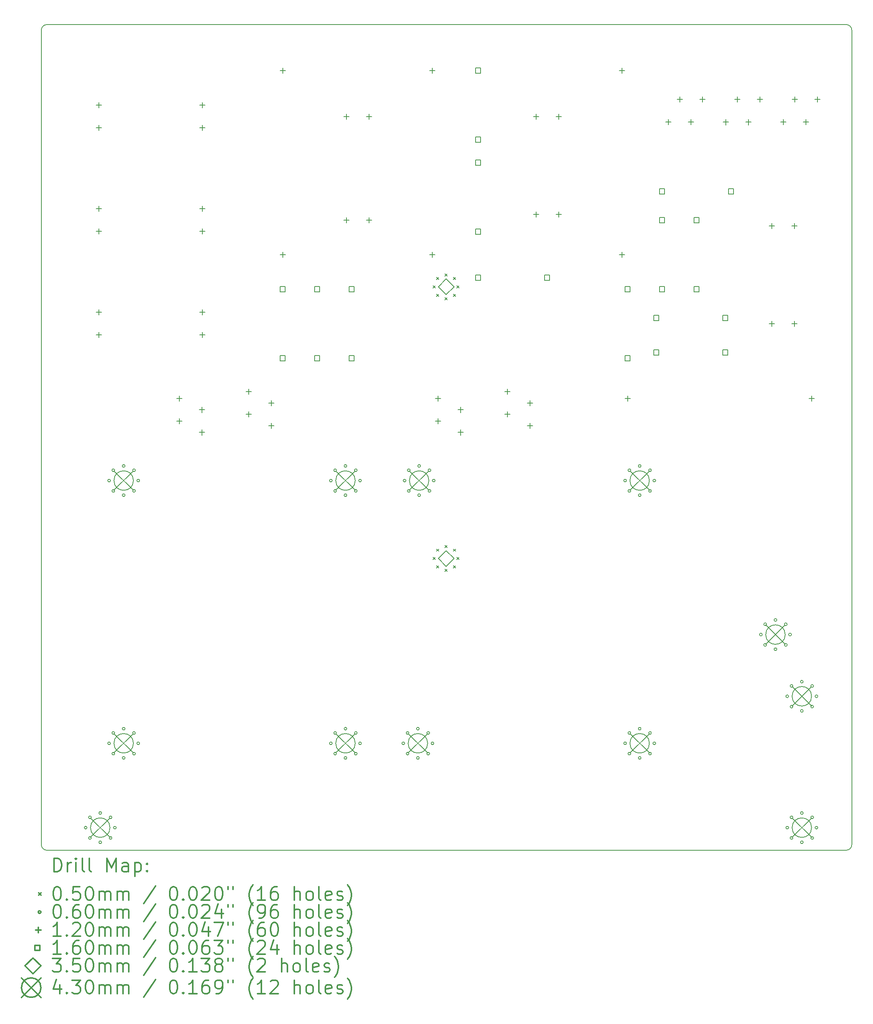
<source format=gbr>
%FSLAX45Y45*%
G04 Gerber Fmt 4.5, Leading zero omitted, Abs format (unit mm)*
G04 Created by KiCad (PCBNEW (5.0.2)-1) date 14.01.2020 22:43:02*
%MOMM*%
%LPD*%
G01*
G04 APERTURE LIST*
%ADD10C,0.150000*%
%ADD11C,0.200000*%
%ADD12C,0.300000*%
G04 APERTURE END LIST*
D10*
X1397000Y-1397000D02*
G75*
G02X1524000Y-1270000I127000J0D01*
G01*
X19177000Y-1270000D02*
G75*
G02X19304000Y-1397000I0J-127000D01*
G01*
X19304000Y-19373000D02*
G75*
G02X19177000Y-19500000I-127000J0D01*
G01*
X1524000Y-19500000D02*
G75*
G02X1397000Y-19373000I0J127000D01*
G01*
X1524000Y-1270000D02*
X19177000Y-1270000D01*
X1397000Y-19373000D02*
X1397000Y-1397000D01*
X19177000Y-19500000D02*
X1524000Y-19500000D01*
X19304000Y-1397000D02*
X19304000Y-19372000D01*
D11*
X10054500Y-7035000D02*
X10104500Y-7085000D01*
X10104500Y-7035000D02*
X10054500Y-7085000D01*
X10131385Y-6849384D02*
X10181385Y-6899384D01*
X10181385Y-6849384D02*
X10131385Y-6899384D01*
X10131385Y-7220615D02*
X10181385Y-7270615D01*
X10181385Y-7220615D02*
X10131385Y-7270615D01*
X10317000Y-6772500D02*
X10367000Y-6822500D01*
X10367000Y-6772500D02*
X10317000Y-6822500D01*
X10317000Y-7297500D02*
X10367000Y-7347500D01*
X10367000Y-7297500D02*
X10317000Y-7347500D01*
X10502616Y-6849384D02*
X10552616Y-6899384D01*
X10552616Y-6849384D02*
X10502616Y-6899384D01*
X10502616Y-7220615D02*
X10552616Y-7270615D01*
X10552616Y-7220615D02*
X10502616Y-7270615D01*
X10579500Y-7035000D02*
X10629500Y-7085000D01*
X10629500Y-7035000D02*
X10579500Y-7085000D01*
X10054500Y-13035000D02*
X10104500Y-13085000D01*
X10104500Y-13035000D02*
X10054500Y-13085000D01*
X10131385Y-12849384D02*
X10181385Y-12899384D01*
X10181385Y-12849384D02*
X10131385Y-12899384D01*
X10131385Y-13220615D02*
X10181385Y-13270615D01*
X10181385Y-13220615D02*
X10131385Y-13270615D01*
X10317000Y-12772500D02*
X10367000Y-12822500D01*
X10367000Y-12772500D02*
X10317000Y-12822500D01*
X10317000Y-13297500D02*
X10367000Y-13347500D01*
X10367000Y-13297500D02*
X10317000Y-13347500D01*
X10502616Y-12849384D02*
X10552616Y-12899384D01*
X10552616Y-12849384D02*
X10502616Y-12899384D01*
X10502616Y-13220615D02*
X10552616Y-13270615D01*
X10552616Y-13220615D02*
X10502616Y-13270615D01*
X10579500Y-13035000D02*
X10629500Y-13085000D01*
X10629500Y-13035000D02*
X10579500Y-13085000D01*
X14325000Y-17138000D02*
G75*
G03X14325000Y-17138000I-30000J0D01*
G01*
X14419458Y-16909958D02*
G75*
G03X14419458Y-16909958I-30000J0D01*
G01*
X14419458Y-17366042D02*
G75*
G03X14419458Y-17366042I-30000J0D01*
G01*
X14647500Y-16815500D02*
G75*
G03X14647500Y-16815500I-30000J0D01*
G01*
X14647500Y-17460500D02*
G75*
G03X14647500Y-17460500I-30000J0D01*
G01*
X14875542Y-16909958D02*
G75*
G03X14875542Y-16909958I-30000J0D01*
G01*
X14875542Y-17366042D02*
G75*
G03X14875542Y-17366042I-30000J0D01*
G01*
X14970000Y-17138000D02*
G75*
G03X14970000Y-17138000I-30000J0D01*
G01*
X2407500Y-19000000D02*
G75*
G03X2407500Y-19000000I-30000J0D01*
G01*
X2501958Y-18771958D02*
G75*
G03X2501958Y-18771958I-30000J0D01*
G01*
X2501958Y-19228042D02*
G75*
G03X2501958Y-19228042I-30000J0D01*
G01*
X2730000Y-18677500D02*
G75*
G03X2730000Y-18677500I-30000J0D01*
G01*
X2730000Y-19322500D02*
G75*
G03X2730000Y-19322500I-30000J0D01*
G01*
X2958042Y-18771958D02*
G75*
G03X2958042Y-18771958I-30000J0D01*
G01*
X2958042Y-19228042D02*
G75*
G03X2958042Y-19228042I-30000J0D01*
G01*
X3052500Y-19000000D02*
G75*
G03X3052500Y-19000000I-30000J0D01*
G01*
X9425000Y-17138000D02*
G75*
G03X9425000Y-17138000I-30000J0D01*
G01*
X9519458Y-16909958D02*
G75*
G03X9519458Y-16909958I-30000J0D01*
G01*
X9519458Y-17366042D02*
G75*
G03X9519458Y-17366042I-30000J0D01*
G01*
X9747500Y-16815500D02*
G75*
G03X9747500Y-16815500I-30000J0D01*
G01*
X9747500Y-17460500D02*
G75*
G03X9747500Y-17460500I-30000J0D01*
G01*
X9975542Y-16909958D02*
G75*
G03X9975542Y-16909958I-30000J0D01*
G01*
X9975542Y-17366042D02*
G75*
G03X9975542Y-17366042I-30000J0D01*
G01*
X10070000Y-17138000D02*
G75*
G03X10070000Y-17138000I-30000J0D01*
G01*
X14325000Y-11338000D02*
G75*
G03X14325000Y-11338000I-30000J0D01*
G01*
X14419458Y-11109958D02*
G75*
G03X14419458Y-11109958I-30000J0D01*
G01*
X14419458Y-11566042D02*
G75*
G03X14419458Y-11566042I-30000J0D01*
G01*
X14647500Y-11015500D02*
G75*
G03X14647500Y-11015500I-30000J0D01*
G01*
X14647500Y-11660500D02*
G75*
G03X14647500Y-11660500I-30000J0D01*
G01*
X14875542Y-11109958D02*
G75*
G03X14875542Y-11109958I-30000J0D01*
G01*
X14875542Y-11566042D02*
G75*
G03X14875542Y-11566042I-30000J0D01*
G01*
X14970000Y-11338000D02*
G75*
G03X14970000Y-11338000I-30000J0D01*
G01*
X2925000Y-17138000D02*
G75*
G03X2925000Y-17138000I-30000J0D01*
G01*
X3019458Y-16909958D02*
G75*
G03X3019458Y-16909958I-30000J0D01*
G01*
X3019458Y-17366042D02*
G75*
G03X3019458Y-17366042I-30000J0D01*
G01*
X3247500Y-16815500D02*
G75*
G03X3247500Y-16815500I-30000J0D01*
G01*
X3247500Y-17460500D02*
G75*
G03X3247500Y-17460500I-30000J0D01*
G01*
X3475542Y-16909958D02*
G75*
G03X3475542Y-16909958I-30000J0D01*
G01*
X3475542Y-17366042D02*
G75*
G03X3475542Y-17366042I-30000J0D01*
G01*
X3570000Y-17138000D02*
G75*
G03X3570000Y-17138000I-30000J0D01*
G01*
X17907500Y-16100000D02*
G75*
G03X17907500Y-16100000I-30000J0D01*
G01*
X18001958Y-15871958D02*
G75*
G03X18001958Y-15871958I-30000J0D01*
G01*
X18001958Y-16328042D02*
G75*
G03X18001958Y-16328042I-30000J0D01*
G01*
X18230000Y-15777500D02*
G75*
G03X18230000Y-15777500I-30000J0D01*
G01*
X18230000Y-16422500D02*
G75*
G03X18230000Y-16422500I-30000J0D01*
G01*
X18458042Y-15871958D02*
G75*
G03X18458042Y-15871958I-30000J0D01*
G01*
X18458042Y-16328042D02*
G75*
G03X18458042Y-16328042I-30000J0D01*
G01*
X18552500Y-16100000D02*
G75*
G03X18552500Y-16100000I-30000J0D01*
G01*
X17325000Y-14738000D02*
G75*
G03X17325000Y-14738000I-30000J0D01*
G01*
X17419458Y-14509958D02*
G75*
G03X17419458Y-14509958I-30000J0D01*
G01*
X17419458Y-14966042D02*
G75*
G03X17419458Y-14966042I-30000J0D01*
G01*
X17647500Y-14415500D02*
G75*
G03X17647500Y-14415500I-30000J0D01*
G01*
X17647500Y-15060500D02*
G75*
G03X17647500Y-15060500I-30000J0D01*
G01*
X17875542Y-14509958D02*
G75*
G03X17875542Y-14509958I-30000J0D01*
G01*
X17875542Y-14966042D02*
G75*
G03X17875542Y-14966042I-30000J0D01*
G01*
X17970000Y-14738000D02*
G75*
G03X17970000Y-14738000I-30000J0D01*
G01*
X7825000Y-11338000D02*
G75*
G03X7825000Y-11338000I-30000J0D01*
G01*
X7919458Y-11109958D02*
G75*
G03X7919458Y-11109958I-30000J0D01*
G01*
X7919458Y-11566042D02*
G75*
G03X7919458Y-11566042I-30000J0D01*
G01*
X8147500Y-11015500D02*
G75*
G03X8147500Y-11015500I-30000J0D01*
G01*
X8147500Y-11660500D02*
G75*
G03X8147500Y-11660500I-30000J0D01*
G01*
X8375542Y-11109958D02*
G75*
G03X8375542Y-11109958I-30000J0D01*
G01*
X8375542Y-11566042D02*
G75*
G03X8375542Y-11566042I-30000J0D01*
G01*
X8470000Y-11338000D02*
G75*
G03X8470000Y-11338000I-30000J0D01*
G01*
X9453000Y-11338000D02*
G75*
G03X9453000Y-11338000I-30000J0D01*
G01*
X9547458Y-11109958D02*
G75*
G03X9547458Y-11109958I-30000J0D01*
G01*
X9547458Y-11566042D02*
G75*
G03X9547458Y-11566042I-30000J0D01*
G01*
X9775500Y-11015500D02*
G75*
G03X9775500Y-11015500I-30000J0D01*
G01*
X9775500Y-11660500D02*
G75*
G03X9775500Y-11660500I-30000J0D01*
G01*
X10003542Y-11109958D02*
G75*
G03X10003542Y-11109958I-30000J0D01*
G01*
X10003542Y-11566042D02*
G75*
G03X10003542Y-11566042I-30000J0D01*
G01*
X10098000Y-11338000D02*
G75*
G03X10098000Y-11338000I-30000J0D01*
G01*
X17907500Y-19000000D02*
G75*
G03X17907500Y-19000000I-30000J0D01*
G01*
X18001958Y-18771958D02*
G75*
G03X18001958Y-18771958I-30000J0D01*
G01*
X18001958Y-19228042D02*
G75*
G03X18001958Y-19228042I-30000J0D01*
G01*
X18230000Y-18677500D02*
G75*
G03X18230000Y-18677500I-30000J0D01*
G01*
X18230000Y-19322500D02*
G75*
G03X18230000Y-19322500I-30000J0D01*
G01*
X18458042Y-18771958D02*
G75*
G03X18458042Y-18771958I-30000J0D01*
G01*
X18458042Y-19228042D02*
G75*
G03X18458042Y-19228042I-30000J0D01*
G01*
X18552500Y-19000000D02*
G75*
G03X18552500Y-19000000I-30000J0D01*
G01*
X7825000Y-17138000D02*
G75*
G03X7825000Y-17138000I-30000J0D01*
G01*
X7919458Y-16909958D02*
G75*
G03X7919458Y-16909958I-30000J0D01*
G01*
X7919458Y-17366042D02*
G75*
G03X7919458Y-17366042I-30000J0D01*
G01*
X8147500Y-16815500D02*
G75*
G03X8147500Y-16815500I-30000J0D01*
G01*
X8147500Y-17460500D02*
G75*
G03X8147500Y-17460500I-30000J0D01*
G01*
X8375542Y-16909958D02*
G75*
G03X8375542Y-16909958I-30000J0D01*
G01*
X8375542Y-17366042D02*
G75*
G03X8375542Y-17366042I-30000J0D01*
G01*
X8470000Y-17138000D02*
G75*
G03X8470000Y-17138000I-30000J0D01*
G01*
X2925000Y-11338000D02*
G75*
G03X2925000Y-11338000I-30000J0D01*
G01*
X3019458Y-11109958D02*
G75*
G03X3019458Y-11109958I-30000J0D01*
G01*
X3019458Y-11566042D02*
G75*
G03X3019458Y-11566042I-30000J0D01*
G01*
X3247500Y-11015500D02*
G75*
G03X3247500Y-11015500I-30000J0D01*
G01*
X3247500Y-11660500D02*
G75*
G03X3247500Y-11660500I-30000J0D01*
G01*
X3475542Y-11109958D02*
G75*
G03X3475542Y-11109958I-30000J0D01*
G01*
X3475542Y-11566042D02*
G75*
G03X3475542Y-11566042I-30000J0D01*
G01*
X3570000Y-11338000D02*
G75*
G03X3570000Y-11338000I-30000J0D01*
G01*
X4445000Y-9465000D02*
X4445000Y-9585000D01*
X4385000Y-9525000D02*
X4505000Y-9525000D01*
X4445000Y-9965000D02*
X4445000Y-10085000D01*
X4385000Y-10025000D02*
X4505000Y-10025000D01*
X4945000Y-9715000D02*
X4945000Y-9835000D01*
X4885000Y-9775000D02*
X5005000Y-9775000D01*
X4945000Y-10215000D02*
X4945000Y-10335000D01*
X4885000Y-10275000D02*
X5005000Y-10275000D01*
X17792000Y-3361000D02*
X17792000Y-3481000D01*
X17732000Y-3421000D02*
X17852000Y-3421000D01*
X18042000Y-2861000D02*
X18042000Y-2981000D01*
X17982000Y-2921000D02*
X18102000Y-2921000D01*
X18292000Y-3361000D02*
X18292000Y-3481000D01*
X18232000Y-3421000D02*
X18352000Y-3421000D01*
X18542000Y-2861000D02*
X18542000Y-2981000D01*
X18482000Y-2921000D02*
X18602000Y-2921000D01*
X11692000Y-9315700D02*
X11692000Y-9435700D01*
X11632000Y-9375700D02*
X11752000Y-9375700D01*
X11692000Y-9815700D02*
X11692000Y-9935700D01*
X11632000Y-9875700D02*
X11752000Y-9875700D01*
X12192000Y-9565700D02*
X12192000Y-9685700D01*
X12132000Y-9625700D02*
X12252000Y-9625700D01*
X12192000Y-10065700D02*
X12192000Y-10185700D01*
X12132000Y-10125700D02*
X12252000Y-10125700D01*
X10160000Y-9465000D02*
X10160000Y-9585000D01*
X10100000Y-9525000D02*
X10220000Y-9525000D01*
X10160000Y-9965000D02*
X10160000Y-10085000D01*
X10100000Y-10025000D02*
X10220000Y-10025000D01*
X10660000Y-9715000D02*
X10660000Y-9835000D01*
X10600000Y-9775000D02*
X10720000Y-9775000D01*
X10660000Y-10215000D02*
X10660000Y-10335000D01*
X10600000Y-10275000D02*
X10720000Y-10275000D01*
X17534000Y-5655000D02*
X17534000Y-5775000D01*
X17474000Y-5715000D02*
X17594000Y-5715000D01*
X18034000Y-5655000D02*
X18034000Y-5775000D01*
X17974000Y-5715000D02*
X18094000Y-5715000D01*
X12327000Y-3242000D02*
X12327000Y-3362000D01*
X12267000Y-3302000D02*
X12387000Y-3302000D01*
X12827000Y-3242000D02*
X12827000Y-3362000D01*
X12767000Y-3302000D02*
X12887000Y-3302000D01*
X8136000Y-5528000D02*
X8136000Y-5648000D01*
X8076000Y-5588000D02*
X8196000Y-5588000D01*
X8636000Y-5528000D02*
X8636000Y-5648000D01*
X8576000Y-5588000D02*
X8696000Y-5588000D01*
X15252000Y-3361000D02*
X15252000Y-3481000D01*
X15192000Y-3421000D02*
X15312000Y-3421000D01*
X15502000Y-2861000D02*
X15502000Y-2981000D01*
X15442000Y-2921000D02*
X15562000Y-2921000D01*
X15752000Y-3361000D02*
X15752000Y-3481000D01*
X15692000Y-3421000D02*
X15812000Y-3421000D01*
X16002000Y-2861000D02*
X16002000Y-2981000D01*
X15942000Y-2921000D02*
X16062000Y-2921000D01*
X6731000Y-2226000D02*
X6731000Y-2346000D01*
X6671000Y-2286000D02*
X6791000Y-2286000D01*
X6731000Y-6290000D02*
X6731000Y-6410000D01*
X6671000Y-6350000D02*
X6791000Y-6350000D01*
X2667000Y-2988000D02*
X2667000Y-3108000D01*
X2607000Y-3048000D02*
X2727000Y-3048000D01*
X2667000Y-3488000D02*
X2667000Y-3608000D01*
X2607000Y-3548000D02*
X2727000Y-3548000D01*
X16522000Y-3365250D02*
X16522000Y-3485250D01*
X16462000Y-3425250D02*
X16582000Y-3425250D01*
X16772000Y-2865250D02*
X16772000Y-2985250D01*
X16712000Y-2925250D02*
X16832000Y-2925250D01*
X17022000Y-3365250D02*
X17022000Y-3485250D01*
X16962000Y-3425250D02*
X17082000Y-3425250D01*
X17272000Y-2865250D02*
X17272000Y-2985250D01*
X17212000Y-2925250D02*
X17332000Y-2925250D01*
X2667000Y-7560000D02*
X2667000Y-7680000D01*
X2607000Y-7620000D02*
X2727000Y-7620000D01*
X2667000Y-8060000D02*
X2667000Y-8180000D01*
X2607000Y-8120000D02*
X2727000Y-8120000D01*
X12327000Y-5401000D02*
X12327000Y-5521000D01*
X12267000Y-5461000D02*
X12387000Y-5461000D01*
X12827000Y-5401000D02*
X12827000Y-5521000D01*
X12767000Y-5461000D02*
X12887000Y-5461000D01*
X8136000Y-3242000D02*
X8136000Y-3362000D01*
X8076000Y-3302000D02*
X8196000Y-3302000D01*
X8636000Y-3242000D02*
X8636000Y-3362000D01*
X8576000Y-3302000D02*
X8696000Y-3302000D01*
X4953000Y-2988000D02*
X4953000Y-3108000D01*
X4893000Y-3048000D02*
X5013000Y-3048000D01*
X4953000Y-3488000D02*
X4953000Y-3608000D01*
X4893000Y-3548000D02*
X5013000Y-3548000D01*
X2667000Y-5274000D02*
X2667000Y-5394000D01*
X2607000Y-5334000D02*
X2727000Y-5334000D01*
X2667000Y-5774000D02*
X2667000Y-5894000D01*
X2607000Y-5834000D02*
X2727000Y-5834000D01*
X17534000Y-7814000D02*
X17534000Y-7934000D01*
X17474000Y-7874000D02*
X17594000Y-7874000D01*
X18034000Y-7814000D02*
X18034000Y-7934000D01*
X17974000Y-7874000D02*
X18094000Y-7874000D01*
X14351000Y-9465000D02*
X14351000Y-9585000D01*
X14291000Y-9525000D02*
X14411000Y-9525000D01*
X18415000Y-9465000D02*
X18415000Y-9585000D01*
X18355000Y-9525000D02*
X18475000Y-9525000D01*
X5977000Y-9314400D02*
X5977000Y-9434400D01*
X5917000Y-9374400D02*
X6037000Y-9374400D01*
X5977000Y-9814400D02*
X5977000Y-9934400D01*
X5917000Y-9874400D02*
X6037000Y-9874400D01*
X6477000Y-9564400D02*
X6477000Y-9684400D01*
X6417000Y-9624400D02*
X6537000Y-9624400D01*
X6477000Y-10064400D02*
X6477000Y-10184400D01*
X6417000Y-10124400D02*
X6537000Y-10124400D01*
X4953000Y-5274000D02*
X4953000Y-5394000D01*
X4893000Y-5334000D02*
X5013000Y-5334000D01*
X4953000Y-5774000D02*
X4953000Y-5894000D01*
X4893000Y-5834000D02*
X5013000Y-5834000D01*
X14224000Y-2226000D02*
X14224000Y-2346000D01*
X14164000Y-2286000D02*
X14284000Y-2286000D01*
X14224000Y-6290000D02*
X14224000Y-6410000D01*
X14164000Y-6350000D02*
X14284000Y-6350000D01*
X10033000Y-2226000D02*
X10033000Y-2346000D01*
X9973000Y-2286000D02*
X10093000Y-2286000D01*
X10033000Y-6290000D02*
X10033000Y-6410000D01*
X9973000Y-6350000D02*
X10093000Y-6350000D01*
X4953000Y-7560000D02*
X4953000Y-7680000D01*
X4893000Y-7620000D02*
X5013000Y-7620000D01*
X4953000Y-8060000D02*
X4953000Y-8180000D01*
X4893000Y-8120000D02*
X5013000Y-8120000D01*
X15042569Y-8565569D02*
X15042569Y-8452431D01*
X14929431Y-8452431D01*
X14929431Y-8565569D01*
X15042569Y-8565569D01*
X16566569Y-8565569D02*
X16566569Y-8452431D01*
X16453431Y-8452431D01*
X16453431Y-8565569D01*
X16566569Y-8565569D01*
X11105569Y-4374569D02*
X11105569Y-4261431D01*
X10992431Y-4261431D01*
X10992431Y-4374569D01*
X11105569Y-4374569D01*
X11105569Y-5898569D02*
X11105569Y-5785431D01*
X10992431Y-5785431D01*
X10992431Y-5898569D01*
X11105569Y-5898569D01*
X7549569Y-7168569D02*
X7549569Y-7055431D01*
X7436431Y-7055431D01*
X7436431Y-7168569D01*
X7549569Y-7168569D01*
X7549569Y-8692569D02*
X7549569Y-8579431D01*
X7436431Y-8579431D01*
X7436431Y-8692569D01*
X7549569Y-8692569D01*
X6787569Y-7168569D02*
X6787569Y-7055431D01*
X6674431Y-7055431D01*
X6674431Y-7168569D01*
X6787569Y-7168569D01*
X6787569Y-8692569D02*
X6787569Y-8579431D01*
X6674431Y-8579431D01*
X6674431Y-8692569D01*
X6787569Y-8692569D01*
X15169569Y-5009569D02*
X15169569Y-4896431D01*
X15056431Y-4896431D01*
X15056431Y-5009569D01*
X15169569Y-5009569D01*
X16693569Y-5009569D02*
X16693569Y-4896431D01*
X16580431Y-4896431D01*
X16580431Y-5009569D01*
X16693569Y-5009569D01*
X8311569Y-7168569D02*
X8311569Y-7055431D01*
X8198431Y-7055431D01*
X8198431Y-7168569D01*
X8311569Y-7168569D01*
X8311569Y-8692569D02*
X8311569Y-8579431D01*
X8198431Y-8579431D01*
X8198431Y-8692569D01*
X8311569Y-8692569D01*
X11105569Y-2342569D02*
X11105569Y-2229431D01*
X10992431Y-2229431D01*
X10992431Y-2342569D01*
X11105569Y-2342569D01*
X11105569Y-3866569D02*
X11105569Y-3753431D01*
X10992431Y-3753431D01*
X10992431Y-3866569D01*
X11105569Y-3866569D01*
X15169569Y-5644569D02*
X15169569Y-5531431D01*
X15056431Y-5531431D01*
X15056431Y-5644569D01*
X15169569Y-5644569D01*
X15169569Y-7168569D02*
X15169569Y-7055431D01*
X15056431Y-7055431D01*
X15056431Y-7168569D01*
X15169569Y-7168569D01*
X14407569Y-7168569D02*
X14407569Y-7055431D01*
X14294431Y-7055431D01*
X14294431Y-7168569D01*
X14407569Y-7168569D01*
X14407569Y-8692569D02*
X14407569Y-8579431D01*
X14294431Y-8579431D01*
X14294431Y-8692569D01*
X14407569Y-8692569D01*
X11105569Y-6914569D02*
X11105569Y-6801431D01*
X10992431Y-6801431D01*
X10992431Y-6914569D01*
X11105569Y-6914569D01*
X12629569Y-6914569D02*
X12629569Y-6801431D01*
X12516431Y-6801431D01*
X12516431Y-6914569D01*
X12629569Y-6914569D01*
X15042569Y-7803569D02*
X15042569Y-7690431D01*
X14929431Y-7690431D01*
X14929431Y-7803569D01*
X15042569Y-7803569D01*
X16566569Y-7803569D02*
X16566569Y-7690431D01*
X16453431Y-7690431D01*
X16453431Y-7803569D01*
X16566569Y-7803569D01*
X15931569Y-5644569D02*
X15931569Y-5531431D01*
X15818431Y-5531431D01*
X15818431Y-5644569D01*
X15931569Y-5644569D01*
X15931569Y-7168569D02*
X15931569Y-7055431D01*
X15818431Y-7055431D01*
X15818431Y-7168569D01*
X15931569Y-7168569D01*
X10342000Y-7235000D02*
X10517000Y-7060000D01*
X10342000Y-6885000D01*
X10167000Y-7060000D01*
X10342000Y-7235000D01*
X10342000Y-13235000D02*
X10517000Y-13060000D01*
X10342000Y-12885000D01*
X10167000Y-13060000D01*
X10342000Y-13235000D01*
X17985000Y-18785000D02*
X18415000Y-19215000D01*
X18415000Y-18785000D02*
X17985000Y-19215000D01*
X18415000Y-19000000D02*
G75*
G03X18415000Y-19000000I-215000J0D01*
G01*
X7902500Y-16923000D02*
X8332500Y-17353000D01*
X8332500Y-16923000D02*
X7902500Y-17353000D01*
X8332500Y-17138000D02*
G75*
G03X8332500Y-17138000I-215000J0D01*
G01*
X3002500Y-11123000D02*
X3432500Y-11553000D01*
X3432500Y-11123000D02*
X3002500Y-11553000D01*
X3432500Y-11338000D02*
G75*
G03X3432500Y-11338000I-215000J0D01*
G01*
X14402500Y-16923000D02*
X14832500Y-17353000D01*
X14832500Y-16923000D02*
X14402500Y-17353000D01*
X14832500Y-17138000D02*
G75*
G03X14832500Y-17138000I-215000J0D01*
G01*
X2485000Y-18785000D02*
X2915000Y-19215000D01*
X2915000Y-18785000D02*
X2485000Y-19215000D01*
X2915000Y-19000000D02*
G75*
G03X2915000Y-19000000I-215000J0D01*
G01*
X9502500Y-16923000D02*
X9932500Y-17353000D01*
X9932500Y-16923000D02*
X9502500Y-17353000D01*
X9932500Y-17138000D02*
G75*
G03X9932500Y-17138000I-215000J0D01*
G01*
X14402500Y-11123000D02*
X14832500Y-11553000D01*
X14832500Y-11123000D02*
X14402500Y-11553000D01*
X14832500Y-11338000D02*
G75*
G03X14832500Y-11338000I-215000J0D01*
G01*
X3002500Y-16923000D02*
X3432500Y-17353000D01*
X3432500Y-16923000D02*
X3002500Y-17353000D01*
X3432500Y-17138000D02*
G75*
G03X3432500Y-17138000I-215000J0D01*
G01*
X17985000Y-15885000D02*
X18415000Y-16315000D01*
X18415000Y-15885000D02*
X17985000Y-16315000D01*
X18415000Y-16100000D02*
G75*
G03X18415000Y-16100000I-215000J0D01*
G01*
X17402500Y-14523000D02*
X17832500Y-14953000D01*
X17832500Y-14523000D02*
X17402500Y-14953000D01*
X17832500Y-14738000D02*
G75*
G03X17832500Y-14738000I-215000J0D01*
G01*
X7902500Y-11123000D02*
X8332500Y-11553000D01*
X8332500Y-11123000D02*
X7902500Y-11553000D01*
X8332500Y-11338000D02*
G75*
G03X8332500Y-11338000I-215000J0D01*
G01*
X9530500Y-11123000D02*
X9960500Y-11553000D01*
X9960500Y-11123000D02*
X9530500Y-11553000D01*
X9960500Y-11338000D02*
G75*
G03X9960500Y-11338000I-215000J0D01*
G01*
D12*
X1675928Y-19973214D02*
X1675928Y-19673214D01*
X1747357Y-19673214D01*
X1790214Y-19687500D01*
X1818786Y-19716072D01*
X1833071Y-19744643D01*
X1847357Y-19801786D01*
X1847357Y-19844643D01*
X1833071Y-19901786D01*
X1818786Y-19930357D01*
X1790214Y-19958929D01*
X1747357Y-19973214D01*
X1675928Y-19973214D01*
X1975928Y-19973214D02*
X1975928Y-19773214D01*
X1975928Y-19830357D02*
X1990214Y-19801786D01*
X2004500Y-19787500D01*
X2033071Y-19773214D01*
X2061643Y-19773214D01*
X2161643Y-19973214D02*
X2161643Y-19773214D01*
X2161643Y-19673214D02*
X2147357Y-19687500D01*
X2161643Y-19701786D01*
X2175928Y-19687500D01*
X2161643Y-19673214D01*
X2161643Y-19701786D01*
X2347357Y-19973214D02*
X2318786Y-19958929D01*
X2304500Y-19930357D01*
X2304500Y-19673214D01*
X2504500Y-19973214D02*
X2475928Y-19958929D01*
X2461643Y-19930357D01*
X2461643Y-19673214D01*
X2847357Y-19973214D02*
X2847357Y-19673214D01*
X2947357Y-19887500D01*
X3047357Y-19673214D01*
X3047357Y-19973214D01*
X3318786Y-19973214D02*
X3318786Y-19816072D01*
X3304500Y-19787500D01*
X3275928Y-19773214D01*
X3218786Y-19773214D01*
X3190214Y-19787500D01*
X3318786Y-19958929D02*
X3290214Y-19973214D01*
X3218786Y-19973214D01*
X3190214Y-19958929D01*
X3175928Y-19930357D01*
X3175928Y-19901786D01*
X3190214Y-19873214D01*
X3218786Y-19858929D01*
X3290214Y-19858929D01*
X3318786Y-19844643D01*
X3461643Y-19773214D02*
X3461643Y-20073214D01*
X3461643Y-19787500D02*
X3490214Y-19773214D01*
X3547357Y-19773214D01*
X3575928Y-19787500D01*
X3590214Y-19801786D01*
X3604500Y-19830357D01*
X3604500Y-19916072D01*
X3590214Y-19944643D01*
X3575928Y-19958929D01*
X3547357Y-19973214D01*
X3490214Y-19973214D01*
X3461643Y-19958929D01*
X3733071Y-19944643D02*
X3747357Y-19958929D01*
X3733071Y-19973214D01*
X3718786Y-19958929D01*
X3733071Y-19944643D01*
X3733071Y-19973214D01*
X3733071Y-19787500D02*
X3747357Y-19801786D01*
X3733071Y-19816072D01*
X3718786Y-19801786D01*
X3733071Y-19787500D01*
X3733071Y-19816072D01*
X1339500Y-20442500D02*
X1389500Y-20492500D01*
X1389500Y-20442500D02*
X1339500Y-20492500D01*
X1733071Y-20303214D02*
X1761643Y-20303214D01*
X1790214Y-20317500D01*
X1804500Y-20331786D01*
X1818786Y-20360357D01*
X1833071Y-20417500D01*
X1833071Y-20488929D01*
X1818786Y-20546072D01*
X1804500Y-20574643D01*
X1790214Y-20588929D01*
X1761643Y-20603214D01*
X1733071Y-20603214D01*
X1704500Y-20588929D01*
X1690214Y-20574643D01*
X1675928Y-20546072D01*
X1661643Y-20488929D01*
X1661643Y-20417500D01*
X1675928Y-20360357D01*
X1690214Y-20331786D01*
X1704500Y-20317500D01*
X1733071Y-20303214D01*
X1961643Y-20574643D02*
X1975928Y-20588929D01*
X1961643Y-20603214D01*
X1947357Y-20588929D01*
X1961643Y-20574643D01*
X1961643Y-20603214D01*
X2247357Y-20303214D02*
X2104500Y-20303214D01*
X2090214Y-20446072D01*
X2104500Y-20431786D01*
X2133071Y-20417500D01*
X2204500Y-20417500D01*
X2233071Y-20431786D01*
X2247357Y-20446072D01*
X2261643Y-20474643D01*
X2261643Y-20546072D01*
X2247357Y-20574643D01*
X2233071Y-20588929D01*
X2204500Y-20603214D01*
X2133071Y-20603214D01*
X2104500Y-20588929D01*
X2090214Y-20574643D01*
X2447357Y-20303214D02*
X2475928Y-20303214D01*
X2504500Y-20317500D01*
X2518786Y-20331786D01*
X2533071Y-20360357D01*
X2547357Y-20417500D01*
X2547357Y-20488929D01*
X2533071Y-20546072D01*
X2518786Y-20574643D01*
X2504500Y-20588929D01*
X2475928Y-20603214D01*
X2447357Y-20603214D01*
X2418786Y-20588929D01*
X2404500Y-20574643D01*
X2390214Y-20546072D01*
X2375928Y-20488929D01*
X2375928Y-20417500D01*
X2390214Y-20360357D01*
X2404500Y-20331786D01*
X2418786Y-20317500D01*
X2447357Y-20303214D01*
X2675928Y-20603214D02*
X2675928Y-20403214D01*
X2675928Y-20431786D02*
X2690214Y-20417500D01*
X2718786Y-20403214D01*
X2761643Y-20403214D01*
X2790214Y-20417500D01*
X2804500Y-20446072D01*
X2804500Y-20603214D01*
X2804500Y-20446072D02*
X2818786Y-20417500D01*
X2847357Y-20403214D01*
X2890214Y-20403214D01*
X2918786Y-20417500D01*
X2933071Y-20446072D01*
X2933071Y-20603214D01*
X3075928Y-20603214D02*
X3075928Y-20403214D01*
X3075928Y-20431786D02*
X3090214Y-20417500D01*
X3118786Y-20403214D01*
X3161643Y-20403214D01*
X3190214Y-20417500D01*
X3204500Y-20446072D01*
X3204500Y-20603214D01*
X3204500Y-20446072D02*
X3218786Y-20417500D01*
X3247357Y-20403214D01*
X3290214Y-20403214D01*
X3318786Y-20417500D01*
X3333071Y-20446072D01*
X3333071Y-20603214D01*
X3918786Y-20288929D02*
X3661643Y-20674643D01*
X4304500Y-20303214D02*
X4333071Y-20303214D01*
X4361643Y-20317500D01*
X4375928Y-20331786D01*
X4390214Y-20360357D01*
X4404500Y-20417500D01*
X4404500Y-20488929D01*
X4390214Y-20546072D01*
X4375928Y-20574643D01*
X4361643Y-20588929D01*
X4333071Y-20603214D01*
X4304500Y-20603214D01*
X4275928Y-20588929D01*
X4261643Y-20574643D01*
X4247357Y-20546072D01*
X4233071Y-20488929D01*
X4233071Y-20417500D01*
X4247357Y-20360357D01*
X4261643Y-20331786D01*
X4275928Y-20317500D01*
X4304500Y-20303214D01*
X4533071Y-20574643D02*
X4547357Y-20588929D01*
X4533071Y-20603214D01*
X4518786Y-20588929D01*
X4533071Y-20574643D01*
X4533071Y-20603214D01*
X4733071Y-20303214D02*
X4761643Y-20303214D01*
X4790214Y-20317500D01*
X4804500Y-20331786D01*
X4818786Y-20360357D01*
X4833071Y-20417500D01*
X4833071Y-20488929D01*
X4818786Y-20546072D01*
X4804500Y-20574643D01*
X4790214Y-20588929D01*
X4761643Y-20603214D01*
X4733071Y-20603214D01*
X4704500Y-20588929D01*
X4690214Y-20574643D01*
X4675928Y-20546072D01*
X4661643Y-20488929D01*
X4661643Y-20417500D01*
X4675928Y-20360357D01*
X4690214Y-20331786D01*
X4704500Y-20317500D01*
X4733071Y-20303214D01*
X4947357Y-20331786D02*
X4961643Y-20317500D01*
X4990214Y-20303214D01*
X5061643Y-20303214D01*
X5090214Y-20317500D01*
X5104500Y-20331786D01*
X5118786Y-20360357D01*
X5118786Y-20388929D01*
X5104500Y-20431786D01*
X4933071Y-20603214D01*
X5118786Y-20603214D01*
X5304500Y-20303214D02*
X5333071Y-20303214D01*
X5361643Y-20317500D01*
X5375928Y-20331786D01*
X5390214Y-20360357D01*
X5404500Y-20417500D01*
X5404500Y-20488929D01*
X5390214Y-20546072D01*
X5375928Y-20574643D01*
X5361643Y-20588929D01*
X5333071Y-20603214D01*
X5304500Y-20603214D01*
X5275928Y-20588929D01*
X5261643Y-20574643D01*
X5247357Y-20546072D01*
X5233071Y-20488929D01*
X5233071Y-20417500D01*
X5247357Y-20360357D01*
X5261643Y-20331786D01*
X5275928Y-20317500D01*
X5304500Y-20303214D01*
X5518786Y-20303214D02*
X5518786Y-20360357D01*
X5633071Y-20303214D02*
X5633071Y-20360357D01*
X6075928Y-20717500D02*
X6061643Y-20703214D01*
X6033071Y-20660357D01*
X6018786Y-20631786D01*
X6004500Y-20588929D01*
X5990214Y-20517500D01*
X5990214Y-20460357D01*
X6004500Y-20388929D01*
X6018786Y-20346072D01*
X6033071Y-20317500D01*
X6061643Y-20274643D01*
X6075928Y-20260357D01*
X6347357Y-20603214D02*
X6175928Y-20603214D01*
X6261643Y-20603214D02*
X6261643Y-20303214D01*
X6233071Y-20346072D01*
X6204500Y-20374643D01*
X6175928Y-20388929D01*
X6604500Y-20303214D02*
X6547357Y-20303214D01*
X6518786Y-20317500D01*
X6504500Y-20331786D01*
X6475928Y-20374643D01*
X6461643Y-20431786D01*
X6461643Y-20546072D01*
X6475928Y-20574643D01*
X6490214Y-20588929D01*
X6518786Y-20603214D01*
X6575928Y-20603214D01*
X6604500Y-20588929D01*
X6618786Y-20574643D01*
X6633071Y-20546072D01*
X6633071Y-20474643D01*
X6618786Y-20446072D01*
X6604500Y-20431786D01*
X6575928Y-20417500D01*
X6518786Y-20417500D01*
X6490214Y-20431786D01*
X6475928Y-20446072D01*
X6461643Y-20474643D01*
X6990214Y-20603214D02*
X6990214Y-20303214D01*
X7118786Y-20603214D02*
X7118786Y-20446072D01*
X7104500Y-20417500D01*
X7075928Y-20403214D01*
X7033071Y-20403214D01*
X7004500Y-20417500D01*
X6990214Y-20431786D01*
X7304500Y-20603214D02*
X7275928Y-20588929D01*
X7261643Y-20574643D01*
X7247357Y-20546072D01*
X7247357Y-20460357D01*
X7261643Y-20431786D01*
X7275928Y-20417500D01*
X7304500Y-20403214D01*
X7347357Y-20403214D01*
X7375928Y-20417500D01*
X7390214Y-20431786D01*
X7404500Y-20460357D01*
X7404500Y-20546072D01*
X7390214Y-20574643D01*
X7375928Y-20588929D01*
X7347357Y-20603214D01*
X7304500Y-20603214D01*
X7575928Y-20603214D02*
X7547357Y-20588929D01*
X7533071Y-20560357D01*
X7533071Y-20303214D01*
X7804500Y-20588929D02*
X7775928Y-20603214D01*
X7718786Y-20603214D01*
X7690214Y-20588929D01*
X7675928Y-20560357D01*
X7675928Y-20446072D01*
X7690214Y-20417500D01*
X7718786Y-20403214D01*
X7775928Y-20403214D01*
X7804500Y-20417500D01*
X7818786Y-20446072D01*
X7818786Y-20474643D01*
X7675928Y-20503214D01*
X7933071Y-20588929D02*
X7961643Y-20603214D01*
X8018786Y-20603214D01*
X8047357Y-20588929D01*
X8061643Y-20560357D01*
X8061643Y-20546072D01*
X8047357Y-20517500D01*
X8018786Y-20503214D01*
X7975928Y-20503214D01*
X7947357Y-20488929D01*
X7933071Y-20460357D01*
X7933071Y-20446072D01*
X7947357Y-20417500D01*
X7975928Y-20403214D01*
X8018786Y-20403214D01*
X8047357Y-20417500D01*
X8161643Y-20717500D02*
X8175928Y-20703214D01*
X8204500Y-20660357D01*
X8218786Y-20631786D01*
X8233071Y-20588929D01*
X8247357Y-20517500D01*
X8247357Y-20460357D01*
X8233071Y-20388929D01*
X8218786Y-20346072D01*
X8204500Y-20317500D01*
X8175928Y-20274643D01*
X8161643Y-20260357D01*
X1389500Y-20863500D02*
G75*
G03X1389500Y-20863500I-30000J0D01*
G01*
X1733071Y-20699214D02*
X1761643Y-20699214D01*
X1790214Y-20713500D01*
X1804500Y-20727786D01*
X1818786Y-20756357D01*
X1833071Y-20813500D01*
X1833071Y-20884929D01*
X1818786Y-20942072D01*
X1804500Y-20970643D01*
X1790214Y-20984929D01*
X1761643Y-20999214D01*
X1733071Y-20999214D01*
X1704500Y-20984929D01*
X1690214Y-20970643D01*
X1675928Y-20942072D01*
X1661643Y-20884929D01*
X1661643Y-20813500D01*
X1675928Y-20756357D01*
X1690214Y-20727786D01*
X1704500Y-20713500D01*
X1733071Y-20699214D01*
X1961643Y-20970643D02*
X1975928Y-20984929D01*
X1961643Y-20999214D01*
X1947357Y-20984929D01*
X1961643Y-20970643D01*
X1961643Y-20999214D01*
X2233071Y-20699214D02*
X2175928Y-20699214D01*
X2147357Y-20713500D01*
X2133071Y-20727786D01*
X2104500Y-20770643D01*
X2090214Y-20827786D01*
X2090214Y-20942072D01*
X2104500Y-20970643D01*
X2118786Y-20984929D01*
X2147357Y-20999214D01*
X2204500Y-20999214D01*
X2233071Y-20984929D01*
X2247357Y-20970643D01*
X2261643Y-20942072D01*
X2261643Y-20870643D01*
X2247357Y-20842072D01*
X2233071Y-20827786D01*
X2204500Y-20813500D01*
X2147357Y-20813500D01*
X2118786Y-20827786D01*
X2104500Y-20842072D01*
X2090214Y-20870643D01*
X2447357Y-20699214D02*
X2475928Y-20699214D01*
X2504500Y-20713500D01*
X2518786Y-20727786D01*
X2533071Y-20756357D01*
X2547357Y-20813500D01*
X2547357Y-20884929D01*
X2533071Y-20942072D01*
X2518786Y-20970643D01*
X2504500Y-20984929D01*
X2475928Y-20999214D01*
X2447357Y-20999214D01*
X2418786Y-20984929D01*
X2404500Y-20970643D01*
X2390214Y-20942072D01*
X2375928Y-20884929D01*
X2375928Y-20813500D01*
X2390214Y-20756357D01*
X2404500Y-20727786D01*
X2418786Y-20713500D01*
X2447357Y-20699214D01*
X2675928Y-20999214D02*
X2675928Y-20799214D01*
X2675928Y-20827786D02*
X2690214Y-20813500D01*
X2718786Y-20799214D01*
X2761643Y-20799214D01*
X2790214Y-20813500D01*
X2804500Y-20842072D01*
X2804500Y-20999214D01*
X2804500Y-20842072D02*
X2818786Y-20813500D01*
X2847357Y-20799214D01*
X2890214Y-20799214D01*
X2918786Y-20813500D01*
X2933071Y-20842072D01*
X2933071Y-20999214D01*
X3075928Y-20999214D02*
X3075928Y-20799214D01*
X3075928Y-20827786D02*
X3090214Y-20813500D01*
X3118786Y-20799214D01*
X3161643Y-20799214D01*
X3190214Y-20813500D01*
X3204500Y-20842072D01*
X3204500Y-20999214D01*
X3204500Y-20842072D02*
X3218786Y-20813500D01*
X3247357Y-20799214D01*
X3290214Y-20799214D01*
X3318786Y-20813500D01*
X3333071Y-20842072D01*
X3333071Y-20999214D01*
X3918786Y-20684929D02*
X3661643Y-21070643D01*
X4304500Y-20699214D02*
X4333071Y-20699214D01*
X4361643Y-20713500D01*
X4375928Y-20727786D01*
X4390214Y-20756357D01*
X4404500Y-20813500D01*
X4404500Y-20884929D01*
X4390214Y-20942072D01*
X4375928Y-20970643D01*
X4361643Y-20984929D01*
X4333071Y-20999214D01*
X4304500Y-20999214D01*
X4275928Y-20984929D01*
X4261643Y-20970643D01*
X4247357Y-20942072D01*
X4233071Y-20884929D01*
X4233071Y-20813500D01*
X4247357Y-20756357D01*
X4261643Y-20727786D01*
X4275928Y-20713500D01*
X4304500Y-20699214D01*
X4533071Y-20970643D02*
X4547357Y-20984929D01*
X4533071Y-20999214D01*
X4518786Y-20984929D01*
X4533071Y-20970643D01*
X4533071Y-20999214D01*
X4733071Y-20699214D02*
X4761643Y-20699214D01*
X4790214Y-20713500D01*
X4804500Y-20727786D01*
X4818786Y-20756357D01*
X4833071Y-20813500D01*
X4833071Y-20884929D01*
X4818786Y-20942072D01*
X4804500Y-20970643D01*
X4790214Y-20984929D01*
X4761643Y-20999214D01*
X4733071Y-20999214D01*
X4704500Y-20984929D01*
X4690214Y-20970643D01*
X4675928Y-20942072D01*
X4661643Y-20884929D01*
X4661643Y-20813500D01*
X4675928Y-20756357D01*
X4690214Y-20727786D01*
X4704500Y-20713500D01*
X4733071Y-20699214D01*
X4947357Y-20727786D02*
X4961643Y-20713500D01*
X4990214Y-20699214D01*
X5061643Y-20699214D01*
X5090214Y-20713500D01*
X5104500Y-20727786D01*
X5118786Y-20756357D01*
X5118786Y-20784929D01*
X5104500Y-20827786D01*
X4933071Y-20999214D01*
X5118786Y-20999214D01*
X5375928Y-20799214D02*
X5375928Y-20999214D01*
X5304500Y-20684929D02*
X5233071Y-20899214D01*
X5418786Y-20899214D01*
X5518786Y-20699214D02*
X5518786Y-20756357D01*
X5633071Y-20699214D02*
X5633071Y-20756357D01*
X6075928Y-21113500D02*
X6061643Y-21099214D01*
X6033071Y-21056357D01*
X6018786Y-21027786D01*
X6004500Y-20984929D01*
X5990214Y-20913500D01*
X5990214Y-20856357D01*
X6004500Y-20784929D01*
X6018786Y-20742072D01*
X6033071Y-20713500D01*
X6061643Y-20670643D01*
X6075928Y-20656357D01*
X6204500Y-20999214D02*
X6261643Y-20999214D01*
X6290214Y-20984929D01*
X6304500Y-20970643D01*
X6333071Y-20927786D01*
X6347357Y-20870643D01*
X6347357Y-20756357D01*
X6333071Y-20727786D01*
X6318786Y-20713500D01*
X6290214Y-20699214D01*
X6233071Y-20699214D01*
X6204500Y-20713500D01*
X6190214Y-20727786D01*
X6175928Y-20756357D01*
X6175928Y-20827786D01*
X6190214Y-20856357D01*
X6204500Y-20870643D01*
X6233071Y-20884929D01*
X6290214Y-20884929D01*
X6318786Y-20870643D01*
X6333071Y-20856357D01*
X6347357Y-20827786D01*
X6604500Y-20699214D02*
X6547357Y-20699214D01*
X6518786Y-20713500D01*
X6504500Y-20727786D01*
X6475928Y-20770643D01*
X6461643Y-20827786D01*
X6461643Y-20942072D01*
X6475928Y-20970643D01*
X6490214Y-20984929D01*
X6518786Y-20999214D01*
X6575928Y-20999214D01*
X6604500Y-20984929D01*
X6618786Y-20970643D01*
X6633071Y-20942072D01*
X6633071Y-20870643D01*
X6618786Y-20842072D01*
X6604500Y-20827786D01*
X6575928Y-20813500D01*
X6518786Y-20813500D01*
X6490214Y-20827786D01*
X6475928Y-20842072D01*
X6461643Y-20870643D01*
X6990214Y-20999214D02*
X6990214Y-20699214D01*
X7118786Y-20999214D02*
X7118786Y-20842072D01*
X7104500Y-20813500D01*
X7075928Y-20799214D01*
X7033071Y-20799214D01*
X7004500Y-20813500D01*
X6990214Y-20827786D01*
X7304500Y-20999214D02*
X7275928Y-20984929D01*
X7261643Y-20970643D01*
X7247357Y-20942072D01*
X7247357Y-20856357D01*
X7261643Y-20827786D01*
X7275928Y-20813500D01*
X7304500Y-20799214D01*
X7347357Y-20799214D01*
X7375928Y-20813500D01*
X7390214Y-20827786D01*
X7404500Y-20856357D01*
X7404500Y-20942072D01*
X7390214Y-20970643D01*
X7375928Y-20984929D01*
X7347357Y-20999214D01*
X7304500Y-20999214D01*
X7575928Y-20999214D02*
X7547357Y-20984929D01*
X7533071Y-20956357D01*
X7533071Y-20699214D01*
X7804500Y-20984929D02*
X7775928Y-20999214D01*
X7718786Y-20999214D01*
X7690214Y-20984929D01*
X7675928Y-20956357D01*
X7675928Y-20842072D01*
X7690214Y-20813500D01*
X7718786Y-20799214D01*
X7775928Y-20799214D01*
X7804500Y-20813500D01*
X7818786Y-20842072D01*
X7818786Y-20870643D01*
X7675928Y-20899214D01*
X7933071Y-20984929D02*
X7961643Y-20999214D01*
X8018786Y-20999214D01*
X8047357Y-20984929D01*
X8061643Y-20956357D01*
X8061643Y-20942072D01*
X8047357Y-20913500D01*
X8018786Y-20899214D01*
X7975928Y-20899214D01*
X7947357Y-20884929D01*
X7933071Y-20856357D01*
X7933071Y-20842072D01*
X7947357Y-20813500D01*
X7975928Y-20799214D01*
X8018786Y-20799214D01*
X8047357Y-20813500D01*
X8161643Y-21113500D02*
X8175928Y-21099214D01*
X8204500Y-21056357D01*
X8218786Y-21027786D01*
X8233071Y-20984929D01*
X8247357Y-20913500D01*
X8247357Y-20856357D01*
X8233071Y-20784929D01*
X8218786Y-20742072D01*
X8204500Y-20713500D01*
X8175928Y-20670643D01*
X8161643Y-20656357D01*
X1329500Y-21199500D02*
X1329500Y-21319500D01*
X1269500Y-21259500D02*
X1389500Y-21259500D01*
X1833071Y-21395214D02*
X1661643Y-21395214D01*
X1747357Y-21395214D02*
X1747357Y-21095214D01*
X1718786Y-21138072D01*
X1690214Y-21166643D01*
X1661643Y-21180929D01*
X1961643Y-21366643D02*
X1975928Y-21380929D01*
X1961643Y-21395214D01*
X1947357Y-21380929D01*
X1961643Y-21366643D01*
X1961643Y-21395214D01*
X2090214Y-21123786D02*
X2104500Y-21109500D01*
X2133071Y-21095214D01*
X2204500Y-21095214D01*
X2233071Y-21109500D01*
X2247357Y-21123786D01*
X2261643Y-21152357D01*
X2261643Y-21180929D01*
X2247357Y-21223786D01*
X2075928Y-21395214D01*
X2261643Y-21395214D01*
X2447357Y-21095214D02*
X2475928Y-21095214D01*
X2504500Y-21109500D01*
X2518786Y-21123786D01*
X2533071Y-21152357D01*
X2547357Y-21209500D01*
X2547357Y-21280929D01*
X2533071Y-21338072D01*
X2518786Y-21366643D01*
X2504500Y-21380929D01*
X2475928Y-21395214D01*
X2447357Y-21395214D01*
X2418786Y-21380929D01*
X2404500Y-21366643D01*
X2390214Y-21338072D01*
X2375928Y-21280929D01*
X2375928Y-21209500D01*
X2390214Y-21152357D01*
X2404500Y-21123786D01*
X2418786Y-21109500D01*
X2447357Y-21095214D01*
X2675928Y-21395214D02*
X2675928Y-21195214D01*
X2675928Y-21223786D02*
X2690214Y-21209500D01*
X2718786Y-21195214D01*
X2761643Y-21195214D01*
X2790214Y-21209500D01*
X2804500Y-21238072D01*
X2804500Y-21395214D01*
X2804500Y-21238072D02*
X2818786Y-21209500D01*
X2847357Y-21195214D01*
X2890214Y-21195214D01*
X2918786Y-21209500D01*
X2933071Y-21238072D01*
X2933071Y-21395214D01*
X3075928Y-21395214D02*
X3075928Y-21195214D01*
X3075928Y-21223786D02*
X3090214Y-21209500D01*
X3118786Y-21195214D01*
X3161643Y-21195214D01*
X3190214Y-21209500D01*
X3204500Y-21238072D01*
X3204500Y-21395214D01*
X3204500Y-21238072D02*
X3218786Y-21209500D01*
X3247357Y-21195214D01*
X3290214Y-21195214D01*
X3318786Y-21209500D01*
X3333071Y-21238072D01*
X3333071Y-21395214D01*
X3918786Y-21080929D02*
X3661643Y-21466643D01*
X4304500Y-21095214D02*
X4333071Y-21095214D01*
X4361643Y-21109500D01*
X4375928Y-21123786D01*
X4390214Y-21152357D01*
X4404500Y-21209500D01*
X4404500Y-21280929D01*
X4390214Y-21338072D01*
X4375928Y-21366643D01*
X4361643Y-21380929D01*
X4333071Y-21395214D01*
X4304500Y-21395214D01*
X4275928Y-21380929D01*
X4261643Y-21366643D01*
X4247357Y-21338072D01*
X4233071Y-21280929D01*
X4233071Y-21209500D01*
X4247357Y-21152357D01*
X4261643Y-21123786D01*
X4275928Y-21109500D01*
X4304500Y-21095214D01*
X4533071Y-21366643D02*
X4547357Y-21380929D01*
X4533071Y-21395214D01*
X4518786Y-21380929D01*
X4533071Y-21366643D01*
X4533071Y-21395214D01*
X4733071Y-21095214D02*
X4761643Y-21095214D01*
X4790214Y-21109500D01*
X4804500Y-21123786D01*
X4818786Y-21152357D01*
X4833071Y-21209500D01*
X4833071Y-21280929D01*
X4818786Y-21338072D01*
X4804500Y-21366643D01*
X4790214Y-21380929D01*
X4761643Y-21395214D01*
X4733071Y-21395214D01*
X4704500Y-21380929D01*
X4690214Y-21366643D01*
X4675928Y-21338072D01*
X4661643Y-21280929D01*
X4661643Y-21209500D01*
X4675928Y-21152357D01*
X4690214Y-21123786D01*
X4704500Y-21109500D01*
X4733071Y-21095214D01*
X5090214Y-21195214D02*
X5090214Y-21395214D01*
X5018786Y-21080929D02*
X4947357Y-21295214D01*
X5133071Y-21295214D01*
X5218786Y-21095214D02*
X5418786Y-21095214D01*
X5290214Y-21395214D01*
X5518786Y-21095214D02*
X5518786Y-21152357D01*
X5633071Y-21095214D02*
X5633071Y-21152357D01*
X6075928Y-21509500D02*
X6061643Y-21495214D01*
X6033071Y-21452357D01*
X6018786Y-21423786D01*
X6004500Y-21380929D01*
X5990214Y-21309500D01*
X5990214Y-21252357D01*
X6004500Y-21180929D01*
X6018786Y-21138072D01*
X6033071Y-21109500D01*
X6061643Y-21066643D01*
X6075928Y-21052357D01*
X6318786Y-21095214D02*
X6261643Y-21095214D01*
X6233071Y-21109500D01*
X6218786Y-21123786D01*
X6190214Y-21166643D01*
X6175928Y-21223786D01*
X6175928Y-21338072D01*
X6190214Y-21366643D01*
X6204500Y-21380929D01*
X6233071Y-21395214D01*
X6290214Y-21395214D01*
X6318786Y-21380929D01*
X6333071Y-21366643D01*
X6347357Y-21338072D01*
X6347357Y-21266643D01*
X6333071Y-21238072D01*
X6318786Y-21223786D01*
X6290214Y-21209500D01*
X6233071Y-21209500D01*
X6204500Y-21223786D01*
X6190214Y-21238072D01*
X6175928Y-21266643D01*
X6533071Y-21095214D02*
X6561643Y-21095214D01*
X6590214Y-21109500D01*
X6604500Y-21123786D01*
X6618786Y-21152357D01*
X6633071Y-21209500D01*
X6633071Y-21280929D01*
X6618786Y-21338072D01*
X6604500Y-21366643D01*
X6590214Y-21380929D01*
X6561643Y-21395214D01*
X6533071Y-21395214D01*
X6504500Y-21380929D01*
X6490214Y-21366643D01*
X6475928Y-21338072D01*
X6461643Y-21280929D01*
X6461643Y-21209500D01*
X6475928Y-21152357D01*
X6490214Y-21123786D01*
X6504500Y-21109500D01*
X6533071Y-21095214D01*
X6990214Y-21395214D02*
X6990214Y-21095214D01*
X7118786Y-21395214D02*
X7118786Y-21238072D01*
X7104500Y-21209500D01*
X7075928Y-21195214D01*
X7033071Y-21195214D01*
X7004500Y-21209500D01*
X6990214Y-21223786D01*
X7304500Y-21395214D02*
X7275928Y-21380929D01*
X7261643Y-21366643D01*
X7247357Y-21338072D01*
X7247357Y-21252357D01*
X7261643Y-21223786D01*
X7275928Y-21209500D01*
X7304500Y-21195214D01*
X7347357Y-21195214D01*
X7375928Y-21209500D01*
X7390214Y-21223786D01*
X7404500Y-21252357D01*
X7404500Y-21338072D01*
X7390214Y-21366643D01*
X7375928Y-21380929D01*
X7347357Y-21395214D01*
X7304500Y-21395214D01*
X7575928Y-21395214D02*
X7547357Y-21380929D01*
X7533071Y-21352357D01*
X7533071Y-21095214D01*
X7804500Y-21380929D02*
X7775928Y-21395214D01*
X7718786Y-21395214D01*
X7690214Y-21380929D01*
X7675928Y-21352357D01*
X7675928Y-21238072D01*
X7690214Y-21209500D01*
X7718786Y-21195214D01*
X7775928Y-21195214D01*
X7804500Y-21209500D01*
X7818786Y-21238072D01*
X7818786Y-21266643D01*
X7675928Y-21295214D01*
X7933071Y-21380929D02*
X7961643Y-21395214D01*
X8018786Y-21395214D01*
X8047357Y-21380929D01*
X8061643Y-21352357D01*
X8061643Y-21338072D01*
X8047357Y-21309500D01*
X8018786Y-21295214D01*
X7975928Y-21295214D01*
X7947357Y-21280929D01*
X7933071Y-21252357D01*
X7933071Y-21238072D01*
X7947357Y-21209500D01*
X7975928Y-21195214D01*
X8018786Y-21195214D01*
X8047357Y-21209500D01*
X8161643Y-21509500D02*
X8175928Y-21495214D01*
X8204500Y-21452357D01*
X8218786Y-21423786D01*
X8233071Y-21380929D01*
X8247357Y-21309500D01*
X8247357Y-21252357D01*
X8233071Y-21180929D01*
X8218786Y-21138072D01*
X8204500Y-21109500D01*
X8175928Y-21066643D01*
X8161643Y-21052357D01*
X1366069Y-21712069D02*
X1366069Y-21598931D01*
X1252931Y-21598931D01*
X1252931Y-21712069D01*
X1366069Y-21712069D01*
X1833071Y-21791214D02*
X1661643Y-21791214D01*
X1747357Y-21791214D02*
X1747357Y-21491214D01*
X1718786Y-21534072D01*
X1690214Y-21562643D01*
X1661643Y-21576929D01*
X1961643Y-21762643D02*
X1975928Y-21776929D01*
X1961643Y-21791214D01*
X1947357Y-21776929D01*
X1961643Y-21762643D01*
X1961643Y-21791214D01*
X2233071Y-21491214D02*
X2175928Y-21491214D01*
X2147357Y-21505500D01*
X2133071Y-21519786D01*
X2104500Y-21562643D01*
X2090214Y-21619786D01*
X2090214Y-21734072D01*
X2104500Y-21762643D01*
X2118786Y-21776929D01*
X2147357Y-21791214D01*
X2204500Y-21791214D01*
X2233071Y-21776929D01*
X2247357Y-21762643D01*
X2261643Y-21734072D01*
X2261643Y-21662643D01*
X2247357Y-21634072D01*
X2233071Y-21619786D01*
X2204500Y-21605500D01*
X2147357Y-21605500D01*
X2118786Y-21619786D01*
X2104500Y-21634072D01*
X2090214Y-21662643D01*
X2447357Y-21491214D02*
X2475928Y-21491214D01*
X2504500Y-21505500D01*
X2518786Y-21519786D01*
X2533071Y-21548357D01*
X2547357Y-21605500D01*
X2547357Y-21676929D01*
X2533071Y-21734072D01*
X2518786Y-21762643D01*
X2504500Y-21776929D01*
X2475928Y-21791214D01*
X2447357Y-21791214D01*
X2418786Y-21776929D01*
X2404500Y-21762643D01*
X2390214Y-21734072D01*
X2375928Y-21676929D01*
X2375928Y-21605500D01*
X2390214Y-21548357D01*
X2404500Y-21519786D01*
X2418786Y-21505500D01*
X2447357Y-21491214D01*
X2675928Y-21791214D02*
X2675928Y-21591214D01*
X2675928Y-21619786D02*
X2690214Y-21605500D01*
X2718786Y-21591214D01*
X2761643Y-21591214D01*
X2790214Y-21605500D01*
X2804500Y-21634072D01*
X2804500Y-21791214D01*
X2804500Y-21634072D02*
X2818786Y-21605500D01*
X2847357Y-21591214D01*
X2890214Y-21591214D01*
X2918786Y-21605500D01*
X2933071Y-21634072D01*
X2933071Y-21791214D01*
X3075928Y-21791214D02*
X3075928Y-21591214D01*
X3075928Y-21619786D02*
X3090214Y-21605500D01*
X3118786Y-21591214D01*
X3161643Y-21591214D01*
X3190214Y-21605500D01*
X3204500Y-21634072D01*
X3204500Y-21791214D01*
X3204500Y-21634072D02*
X3218786Y-21605500D01*
X3247357Y-21591214D01*
X3290214Y-21591214D01*
X3318786Y-21605500D01*
X3333071Y-21634072D01*
X3333071Y-21791214D01*
X3918786Y-21476929D02*
X3661643Y-21862643D01*
X4304500Y-21491214D02*
X4333071Y-21491214D01*
X4361643Y-21505500D01*
X4375928Y-21519786D01*
X4390214Y-21548357D01*
X4404500Y-21605500D01*
X4404500Y-21676929D01*
X4390214Y-21734072D01*
X4375928Y-21762643D01*
X4361643Y-21776929D01*
X4333071Y-21791214D01*
X4304500Y-21791214D01*
X4275928Y-21776929D01*
X4261643Y-21762643D01*
X4247357Y-21734072D01*
X4233071Y-21676929D01*
X4233071Y-21605500D01*
X4247357Y-21548357D01*
X4261643Y-21519786D01*
X4275928Y-21505500D01*
X4304500Y-21491214D01*
X4533071Y-21762643D02*
X4547357Y-21776929D01*
X4533071Y-21791214D01*
X4518786Y-21776929D01*
X4533071Y-21762643D01*
X4533071Y-21791214D01*
X4733071Y-21491214D02*
X4761643Y-21491214D01*
X4790214Y-21505500D01*
X4804500Y-21519786D01*
X4818786Y-21548357D01*
X4833071Y-21605500D01*
X4833071Y-21676929D01*
X4818786Y-21734072D01*
X4804500Y-21762643D01*
X4790214Y-21776929D01*
X4761643Y-21791214D01*
X4733071Y-21791214D01*
X4704500Y-21776929D01*
X4690214Y-21762643D01*
X4675928Y-21734072D01*
X4661643Y-21676929D01*
X4661643Y-21605500D01*
X4675928Y-21548357D01*
X4690214Y-21519786D01*
X4704500Y-21505500D01*
X4733071Y-21491214D01*
X5090214Y-21491214D02*
X5033071Y-21491214D01*
X5004500Y-21505500D01*
X4990214Y-21519786D01*
X4961643Y-21562643D01*
X4947357Y-21619786D01*
X4947357Y-21734072D01*
X4961643Y-21762643D01*
X4975928Y-21776929D01*
X5004500Y-21791214D01*
X5061643Y-21791214D01*
X5090214Y-21776929D01*
X5104500Y-21762643D01*
X5118786Y-21734072D01*
X5118786Y-21662643D01*
X5104500Y-21634072D01*
X5090214Y-21619786D01*
X5061643Y-21605500D01*
X5004500Y-21605500D01*
X4975928Y-21619786D01*
X4961643Y-21634072D01*
X4947357Y-21662643D01*
X5218786Y-21491214D02*
X5404500Y-21491214D01*
X5304500Y-21605500D01*
X5347357Y-21605500D01*
X5375928Y-21619786D01*
X5390214Y-21634072D01*
X5404500Y-21662643D01*
X5404500Y-21734072D01*
X5390214Y-21762643D01*
X5375928Y-21776929D01*
X5347357Y-21791214D01*
X5261643Y-21791214D01*
X5233071Y-21776929D01*
X5218786Y-21762643D01*
X5518786Y-21491214D02*
X5518786Y-21548357D01*
X5633071Y-21491214D02*
X5633071Y-21548357D01*
X6075928Y-21905500D02*
X6061643Y-21891214D01*
X6033071Y-21848357D01*
X6018786Y-21819786D01*
X6004500Y-21776929D01*
X5990214Y-21705500D01*
X5990214Y-21648357D01*
X6004500Y-21576929D01*
X6018786Y-21534072D01*
X6033071Y-21505500D01*
X6061643Y-21462643D01*
X6075928Y-21448357D01*
X6175928Y-21519786D02*
X6190214Y-21505500D01*
X6218786Y-21491214D01*
X6290214Y-21491214D01*
X6318786Y-21505500D01*
X6333071Y-21519786D01*
X6347357Y-21548357D01*
X6347357Y-21576929D01*
X6333071Y-21619786D01*
X6161643Y-21791214D01*
X6347357Y-21791214D01*
X6604500Y-21591214D02*
X6604500Y-21791214D01*
X6533071Y-21476929D02*
X6461643Y-21691214D01*
X6647357Y-21691214D01*
X6990214Y-21791214D02*
X6990214Y-21491214D01*
X7118786Y-21791214D02*
X7118786Y-21634072D01*
X7104500Y-21605500D01*
X7075928Y-21591214D01*
X7033071Y-21591214D01*
X7004500Y-21605500D01*
X6990214Y-21619786D01*
X7304500Y-21791214D02*
X7275928Y-21776929D01*
X7261643Y-21762643D01*
X7247357Y-21734072D01*
X7247357Y-21648357D01*
X7261643Y-21619786D01*
X7275928Y-21605500D01*
X7304500Y-21591214D01*
X7347357Y-21591214D01*
X7375928Y-21605500D01*
X7390214Y-21619786D01*
X7404500Y-21648357D01*
X7404500Y-21734072D01*
X7390214Y-21762643D01*
X7375928Y-21776929D01*
X7347357Y-21791214D01*
X7304500Y-21791214D01*
X7575928Y-21791214D02*
X7547357Y-21776929D01*
X7533071Y-21748357D01*
X7533071Y-21491214D01*
X7804500Y-21776929D02*
X7775928Y-21791214D01*
X7718786Y-21791214D01*
X7690214Y-21776929D01*
X7675928Y-21748357D01*
X7675928Y-21634072D01*
X7690214Y-21605500D01*
X7718786Y-21591214D01*
X7775928Y-21591214D01*
X7804500Y-21605500D01*
X7818786Y-21634072D01*
X7818786Y-21662643D01*
X7675928Y-21691214D01*
X7933071Y-21776929D02*
X7961643Y-21791214D01*
X8018786Y-21791214D01*
X8047357Y-21776929D01*
X8061643Y-21748357D01*
X8061643Y-21734072D01*
X8047357Y-21705500D01*
X8018786Y-21691214D01*
X7975928Y-21691214D01*
X7947357Y-21676929D01*
X7933071Y-21648357D01*
X7933071Y-21634072D01*
X7947357Y-21605500D01*
X7975928Y-21591214D01*
X8018786Y-21591214D01*
X8047357Y-21605500D01*
X8161643Y-21905500D02*
X8175928Y-21891214D01*
X8204500Y-21848357D01*
X8218786Y-21819786D01*
X8233071Y-21776929D01*
X8247357Y-21705500D01*
X8247357Y-21648357D01*
X8233071Y-21576929D01*
X8218786Y-21534072D01*
X8204500Y-21505500D01*
X8175928Y-21462643D01*
X8161643Y-21448357D01*
X1214500Y-22226500D02*
X1389500Y-22051500D01*
X1214500Y-21876500D01*
X1039500Y-22051500D01*
X1214500Y-22226500D01*
X1647357Y-21887214D02*
X1833071Y-21887214D01*
X1733071Y-22001500D01*
X1775928Y-22001500D01*
X1804500Y-22015786D01*
X1818786Y-22030072D01*
X1833071Y-22058643D01*
X1833071Y-22130072D01*
X1818786Y-22158643D01*
X1804500Y-22172929D01*
X1775928Y-22187214D01*
X1690214Y-22187214D01*
X1661643Y-22172929D01*
X1647357Y-22158643D01*
X1961643Y-22158643D02*
X1975928Y-22172929D01*
X1961643Y-22187214D01*
X1947357Y-22172929D01*
X1961643Y-22158643D01*
X1961643Y-22187214D01*
X2247357Y-21887214D02*
X2104500Y-21887214D01*
X2090214Y-22030072D01*
X2104500Y-22015786D01*
X2133071Y-22001500D01*
X2204500Y-22001500D01*
X2233071Y-22015786D01*
X2247357Y-22030072D01*
X2261643Y-22058643D01*
X2261643Y-22130072D01*
X2247357Y-22158643D01*
X2233071Y-22172929D01*
X2204500Y-22187214D01*
X2133071Y-22187214D01*
X2104500Y-22172929D01*
X2090214Y-22158643D01*
X2447357Y-21887214D02*
X2475928Y-21887214D01*
X2504500Y-21901500D01*
X2518786Y-21915786D01*
X2533071Y-21944357D01*
X2547357Y-22001500D01*
X2547357Y-22072929D01*
X2533071Y-22130072D01*
X2518786Y-22158643D01*
X2504500Y-22172929D01*
X2475928Y-22187214D01*
X2447357Y-22187214D01*
X2418786Y-22172929D01*
X2404500Y-22158643D01*
X2390214Y-22130072D01*
X2375928Y-22072929D01*
X2375928Y-22001500D01*
X2390214Y-21944357D01*
X2404500Y-21915786D01*
X2418786Y-21901500D01*
X2447357Y-21887214D01*
X2675928Y-22187214D02*
X2675928Y-21987214D01*
X2675928Y-22015786D02*
X2690214Y-22001500D01*
X2718786Y-21987214D01*
X2761643Y-21987214D01*
X2790214Y-22001500D01*
X2804500Y-22030072D01*
X2804500Y-22187214D01*
X2804500Y-22030072D02*
X2818786Y-22001500D01*
X2847357Y-21987214D01*
X2890214Y-21987214D01*
X2918786Y-22001500D01*
X2933071Y-22030072D01*
X2933071Y-22187214D01*
X3075928Y-22187214D02*
X3075928Y-21987214D01*
X3075928Y-22015786D02*
X3090214Y-22001500D01*
X3118786Y-21987214D01*
X3161643Y-21987214D01*
X3190214Y-22001500D01*
X3204500Y-22030072D01*
X3204500Y-22187214D01*
X3204500Y-22030072D02*
X3218786Y-22001500D01*
X3247357Y-21987214D01*
X3290214Y-21987214D01*
X3318786Y-22001500D01*
X3333071Y-22030072D01*
X3333071Y-22187214D01*
X3918786Y-21872929D02*
X3661643Y-22258643D01*
X4304500Y-21887214D02*
X4333071Y-21887214D01*
X4361643Y-21901500D01*
X4375928Y-21915786D01*
X4390214Y-21944357D01*
X4404500Y-22001500D01*
X4404500Y-22072929D01*
X4390214Y-22130072D01*
X4375928Y-22158643D01*
X4361643Y-22172929D01*
X4333071Y-22187214D01*
X4304500Y-22187214D01*
X4275928Y-22172929D01*
X4261643Y-22158643D01*
X4247357Y-22130072D01*
X4233071Y-22072929D01*
X4233071Y-22001500D01*
X4247357Y-21944357D01*
X4261643Y-21915786D01*
X4275928Y-21901500D01*
X4304500Y-21887214D01*
X4533071Y-22158643D02*
X4547357Y-22172929D01*
X4533071Y-22187214D01*
X4518786Y-22172929D01*
X4533071Y-22158643D01*
X4533071Y-22187214D01*
X4833071Y-22187214D02*
X4661643Y-22187214D01*
X4747357Y-22187214D02*
X4747357Y-21887214D01*
X4718786Y-21930072D01*
X4690214Y-21958643D01*
X4661643Y-21972929D01*
X4933071Y-21887214D02*
X5118786Y-21887214D01*
X5018786Y-22001500D01*
X5061643Y-22001500D01*
X5090214Y-22015786D01*
X5104500Y-22030072D01*
X5118786Y-22058643D01*
X5118786Y-22130072D01*
X5104500Y-22158643D01*
X5090214Y-22172929D01*
X5061643Y-22187214D01*
X4975928Y-22187214D01*
X4947357Y-22172929D01*
X4933071Y-22158643D01*
X5290214Y-22015786D02*
X5261643Y-22001500D01*
X5247357Y-21987214D01*
X5233071Y-21958643D01*
X5233071Y-21944357D01*
X5247357Y-21915786D01*
X5261643Y-21901500D01*
X5290214Y-21887214D01*
X5347357Y-21887214D01*
X5375928Y-21901500D01*
X5390214Y-21915786D01*
X5404500Y-21944357D01*
X5404500Y-21958643D01*
X5390214Y-21987214D01*
X5375928Y-22001500D01*
X5347357Y-22015786D01*
X5290214Y-22015786D01*
X5261643Y-22030072D01*
X5247357Y-22044357D01*
X5233071Y-22072929D01*
X5233071Y-22130072D01*
X5247357Y-22158643D01*
X5261643Y-22172929D01*
X5290214Y-22187214D01*
X5347357Y-22187214D01*
X5375928Y-22172929D01*
X5390214Y-22158643D01*
X5404500Y-22130072D01*
X5404500Y-22072929D01*
X5390214Y-22044357D01*
X5375928Y-22030072D01*
X5347357Y-22015786D01*
X5518786Y-21887214D02*
X5518786Y-21944357D01*
X5633071Y-21887214D02*
X5633071Y-21944357D01*
X6075928Y-22301500D02*
X6061643Y-22287214D01*
X6033071Y-22244357D01*
X6018786Y-22215786D01*
X6004500Y-22172929D01*
X5990214Y-22101500D01*
X5990214Y-22044357D01*
X6004500Y-21972929D01*
X6018786Y-21930072D01*
X6033071Y-21901500D01*
X6061643Y-21858643D01*
X6075928Y-21844357D01*
X6175928Y-21915786D02*
X6190214Y-21901500D01*
X6218786Y-21887214D01*
X6290214Y-21887214D01*
X6318786Y-21901500D01*
X6333071Y-21915786D01*
X6347357Y-21944357D01*
X6347357Y-21972929D01*
X6333071Y-22015786D01*
X6161643Y-22187214D01*
X6347357Y-22187214D01*
X6704500Y-22187214D02*
X6704500Y-21887214D01*
X6833071Y-22187214D02*
X6833071Y-22030072D01*
X6818786Y-22001500D01*
X6790214Y-21987214D01*
X6747357Y-21987214D01*
X6718786Y-22001500D01*
X6704500Y-22015786D01*
X7018786Y-22187214D02*
X6990214Y-22172929D01*
X6975928Y-22158643D01*
X6961643Y-22130072D01*
X6961643Y-22044357D01*
X6975928Y-22015786D01*
X6990214Y-22001500D01*
X7018786Y-21987214D01*
X7061643Y-21987214D01*
X7090214Y-22001500D01*
X7104500Y-22015786D01*
X7118786Y-22044357D01*
X7118786Y-22130072D01*
X7104500Y-22158643D01*
X7090214Y-22172929D01*
X7061643Y-22187214D01*
X7018786Y-22187214D01*
X7290214Y-22187214D02*
X7261643Y-22172929D01*
X7247357Y-22144357D01*
X7247357Y-21887214D01*
X7518786Y-22172929D02*
X7490214Y-22187214D01*
X7433071Y-22187214D01*
X7404500Y-22172929D01*
X7390214Y-22144357D01*
X7390214Y-22030072D01*
X7404500Y-22001500D01*
X7433071Y-21987214D01*
X7490214Y-21987214D01*
X7518786Y-22001500D01*
X7533071Y-22030072D01*
X7533071Y-22058643D01*
X7390214Y-22087214D01*
X7647357Y-22172929D02*
X7675928Y-22187214D01*
X7733071Y-22187214D01*
X7761643Y-22172929D01*
X7775928Y-22144357D01*
X7775928Y-22130072D01*
X7761643Y-22101500D01*
X7733071Y-22087214D01*
X7690214Y-22087214D01*
X7661643Y-22072929D01*
X7647357Y-22044357D01*
X7647357Y-22030072D01*
X7661643Y-22001500D01*
X7690214Y-21987214D01*
X7733071Y-21987214D01*
X7761643Y-22001500D01*
X7875928Y-22301500D02*
X7890214Y-22287214D01*
X7918786Y-22244357D01*
X7933071Y-22215786D01*
X7947357Y-22172929D01*
X7961643Y-22101500D01*
X7961643Y-22044357D01*
X7947357Y-21972929D01*
X7933071Y-21930072D01*
X7918786Y-21901500D01*
X7890214Y-21858643D01*
X7875928Y-21844357D01*
X959500Y-22316500D02*
X1389500Y-22746500D01*
X1389500Y-22316500D02*
X959500Y-22746500D01*
X1389500Y-22531500D02*
G75*
G03X1389500Y-22531500I-215000J0D01*
G01*
X1804500Y-22467214D02*
X1804500Y-22667214D01*
X1733071Y-22352929D02*
X1661643Y-22567214D01*
X1847357Y-22567214D01*
X1961643Y-22638643D02*
X1975928Y-22652929D01*
X1961643Y-22667214D01*
X1947357Y-22652929D01*
X1961643Y-22638643D01*
X1961643Y-22667214D01*
X2075928Y-22367214D02*
X2261643Y-22367214D01*
X2161643Y-22481500D01*
X2204500Y-22481500D01*
X2233071Y-22495786D01*
X2247357Y-22510071D01*
X2261643Y-22538643D01*
X2261643Y-22610071D01*
X2247357Y-22638643D01*
X2233071Y-22652929D01*
X2204500Y-22667214D01*
X2118786Y-22667214D01*
X2090214Y-22652929D01*
X2075928Y-22638643D01*
X2447357Y-22367214D02*
X2475928Y-22367214D01*
X2504500Y-22381500D01*
X2518786Y-22395786D01*
X2533071Y-22424357D01*
X2547357Y-22481500D01*
X2547357Y-22552929D01*
X2533071Y-22610071D01*
X2518786Y-22638643D01*
X2504500Y-22652929D01*
X2475928Y-22667214D01*
X2447357Y-22667214D01*
X2418786Y-22652929D01*
X2404500Y-22638643D01*
X2390214Y-22610071D01*
X2375928Y-22552929D01*
X2375928Y-22481500D01*
X2390214Y-22424357D01*
X2404500Y-22395786D01*
X2418786Y-22381500D01*
X2447357Y-22367214D01*
X2675928Y-22667214D02*
X2675928Y-22467214D01*
X2675928Y-22495786D02*
X2690214Y-22481500D01*
X2718786Y-22467214D01*
X2761643Y-22467214D01*
X2790214Y-22481500D01*
X2804500Y-22510071D01*
X2804500Y-22667214D01*
X2804500Y-22510071D02*
X2818786Y-22481500D01*
X2847357Y-22467214D01*
X2890214Y-22467214D01*
X2918786Y-22481500D01*
X2933071Y-22510071D01*
X2933071Y-22667214D01*
X3075928Y-22667214D02*
X3075928Y-22467214D01*
X3075928Y-22495786D02*
X3090214Y-22481500D01*
X3118786Y-22467214D01*
X3161643Y-22467214D01*
X3190214Y-22481500D01*
X3204500Y-22510071D01*
X3204500Y-22667214D01*
X3204500Y-22510071D02*
X3218786Y-22481500D01*
X3247357Y-22467214D01*
X3290214Y-22467214D01*
X3318786Y-22481500D01*
X3333071Y-22510071D01*
X3333071Y-22667214D01*
X3918786Y-22352929D02*
X3661643Y-22738643D01*
X4304500Y-22367214D02*
X4333071Y-22367214D01*
X4361643Y-22381500D01*
X4375928Y-22395786D01*
X4390214Y-22424357D01*
X4404500Y-22481500D01*
X4404500Y-22552929D01*
X4390214Y-22610071D01*
X4375928Y-22638643D01*
X4361643Y-22652929D01*
X4333071Y-22667214D01*
X4304500Y-22667214D01*
X4275928Y-22652929D01*
X4261643Y-22638643D01*
X4247357Y-22610071D01*
X4233071Y-22552929D01*
X4233071Y-22481500D01*
X4247357Y-22424357D01*
X4261643Y-22395786D01*
X4275928Y-22381500D01*
X4304500Y-22367214D01*
X4533071Y-22638643D02*
X4547357Y-22652929D01*
X4533071Y-22667214D01*
X4518786Y-22652929D01*
X4533071Y-22638643D01*
X4533071Y-22667214D01*
X4833071Y-22667214D02*
X4661643Y-22667214D01*
X4747357Y-22667214D02*
X4747357Y-22367214D01*
X4718786Y-22410071D01*
X4690214Y-22438643D01*
X4661643Y-22452929D01*
X5090214Y-22367214D02*
X5033071Y-22367214D01*
X5004500Y-22381500D01*
X4990214Y-22395786D01*
X4961643Y-22438643D01*
X4947357Y-22495786D01*
X4947357Y-22610071D01*
X4961643Y-22638643D01*
X4975928Y-22652929D01*
X5004500Y-22667214D01*
X5061643Y-22667214D01*
X5090214Y-22652929D01*
X5104500Y-22638643D01*
X5118786Y-22610071D01*
X5118786Y-22538643D01*
X5104500Y-22510071D01*
X5090214Y-22495786D01*
X5061643Y-22481500D01*
X5004500Y-22481500D01*
X4975928Y-22495786D01*
X4961643Y-22510071D01*
X4947357Y-22538643D01*
X5261643Y-22667214D02*
X5318786Y-22667214D01*
X5347357Y-22652929D01*
X5361643Y-22638643D01*
X5390214Y-22595786D01*
X5404500Y-22538643D01*
X5404500Y-22424357D01*
X5390214Y-22395786D01*
X5375928Y-22381500D01*
X5347357Y-22367214D01*
X5290214Y-22367214D01*
X5261643Y-22381500D01*
X5247357Y-22395786D01*
X5233071Y-22424357D01*
X5233071Y-22495786D01*
X5247357Y-22524357D01*
X5261643Y-22538643D01*
X5290214Y-22552929D01*
X5347357Y-22552929D01*
X5375928Y-22538643D01*
X5390214Y-22524357D01*
X5404500Y-22495786D01*
X5518786Y-22367214D02*
X5518786Y-22424357D01*
X5633071Y-22367214D02*
X5633071Y-22424357D01*
X6075928Y-22781500D02*
X6061643Y-22767214D01*
X6033071Y-22724357D01*
X6018786Y-22695786D01*
X6004500Y-22652929D01*
X5990214Y-22581500D01*
X5990214Y-22524357D01*
X6004500Y-22452929D01*
X6018786Y-22410071D01*
X6033071Y-22381500D01*
X6061643Y-22338643D01*
X6075928Y-22324357D01*
X6347357Y-22667214D02*
X6175928Y-22667214D01*
X6261643Y-22667214D02*
X6261643Y-22367214D01*
X6233071Y-22410071D01*
X6204500Y-22438643D01*
X6175928Y-22452929D01*
X6461643Y-22395786D02*
X6475928Y-22381500D01*
X6504500Y-22367214D01*
X6575928Y-22367214D01*
X6604500Y-22381500D01*
X6618786Y-22395786D01*
X6633071Y-22424357D01*
X6633071Y-22452929D01*
X6618786Y-22495786D01*
X6447357Y-22667214D01*
X6633071Y-22667214D01*
X6990214Y-22667214D02*
X6990214Y-22367214D01*
X7118786Y-22667214D02*
X7118786Y-22510071D01*
X7104500Y-22481500D01*
X7075928Y-22467214D01*
X7033071Y-22467214D01*
X7004500Y-22481500D01*
X6990214Y-22495786D01*
X7304500Y-22667214D02*
X7275928Y-22652929D01*
X7261643Y-22638643D01*
X7247357Y-22610071D01*
X7247357Y-22524357D01*
X7261643Y-22495786D01*
X7275928Y-22481500D01*
X7304500Y-22467214D01*
X7347357Y-22467214D01*
X7375928Y-22481500D01*
X7390214Y-22495786D01*
X7404500Y-22524357D01*
X7404500Y-22610071D01*
X7390214Y-22638643D01*
X7375928Y-22652929D01*
X7347357Y-22667214D01*
X7304500Y-22667214D01*
X7575928Y-22667214D02*
X7547357Y-22652929D01*
X7533071Y-22624357D01*
X7533071Y-22367214D01*
X7804500Y-22652929D02*
X7775928Y-22667214D01*
X7718786Y-22667214D01*
X7690214Y-22652929D01*
X7675928Y-22624357D01*
X7675928Y-22510071D01*
X7690214Y-22481500D01*
X7718786Y-22467214D01*
X7775928Y-22467214D01*
X7804500Y-22481500D01*
X7818786Y-22510071D01*
X7818786Y-22538643D01*
X7675928Y-22567214D01*
X7933071Y-22652929D02*
X7961643Y-22667214D01*
X8018786Y-22667214D01*
X8047357Y-22652929D01*
X8061643Y-22624357D01*
X8061643Y-22610071D01*
X8047357Y-22581500D01*
X8018786Y-22567214D01*
X7975928Y-22567214D01*
X7947357Y-22552929D01*
X7933071Y-22524357D01*
X7933071Y-22510071D01*
X7947357Y-22481500D01*
X7975928Y-22467214D01*
X8018786Y-22467214D01*
X8047357Y-22481500D01*
X8161643Y-22781500D02*
X8175928Y-22767214D01*
X8204500Y-22724357D01*
X8218786Y-22695786D01*
X8233071Y-22652929D01*
X8247357Y-22581500D01*
X8247357Y-22524357D01*
X8233071Y-22452929D01*
X8218786Y-22410071D01*
X8204500Y-22381500D01*
X8175928Y-22338643D01*
X8161643Y-22324357D01*
M02*

</source>
